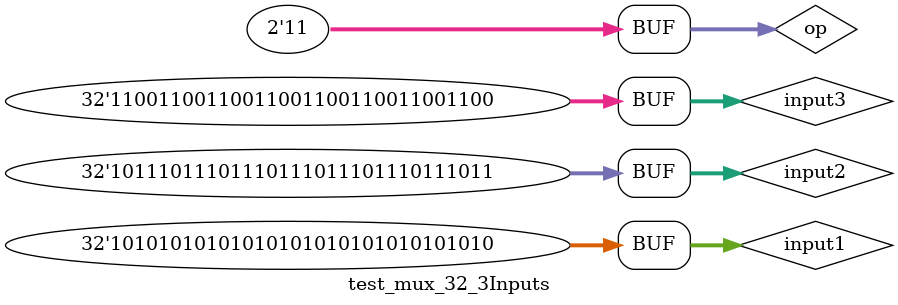
<source format=v>
module test_mux_32_3Inputs;
  reg  [31:0] input1;
  reg  [31:0] input2;
  reg  [31:0] input3;
  reg  [ 1:0] op;
  wire [31:0] out;

  mux_32_3Inputs u1 (
      .input1(input1),
      .input2(input2),
      .input3(input3),
      .op(op),
      .out(out)
  );

  initial begin
    input1 = 32'hAAAAAAAA;
    input2 = 32'hBBBBBBBB;
    input3 = 32'hCCCCCCCC;
    op = 2'b00;
    #10;
    op = 2'b01;
    #10;
    op = 2'b10;
    #10;
    op = 2'b11;
    #10;
  end
endmodule

</source>
